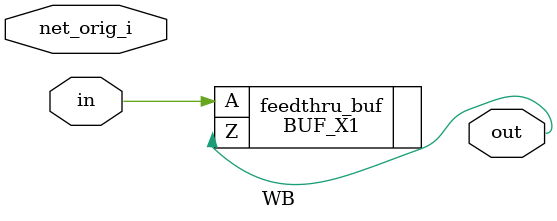
<source format=v>
module top (in_term);
 input in_term;

 wire net1;
 wire net_orig;
 wire net_inter;

 BUF_X1 drvr (.A(in_term),
    .Z(net_orig));
 EXEC exec_inst (.in(net1));
 BUF_X4 new_buf1 (.A(net_orig),
    .Z(net1));
 WB wb_inst (.net_orig_i(net1),
    .in(net_orig),
    .out(net_inter));
endmodule
module EXEC (in);
 input in;


 BUF_X1 load_exec (.A(in));
endmodule
module WB (net_orig_i,
    in,
    out);
 input net_orig_i;
 input in;
 output out;


 BUF_X1 feedthru_buf (.A(in),
    .Z(out));
 BUF_X1 load_internal (.A(net_orig_i));
endmodule

</source>
